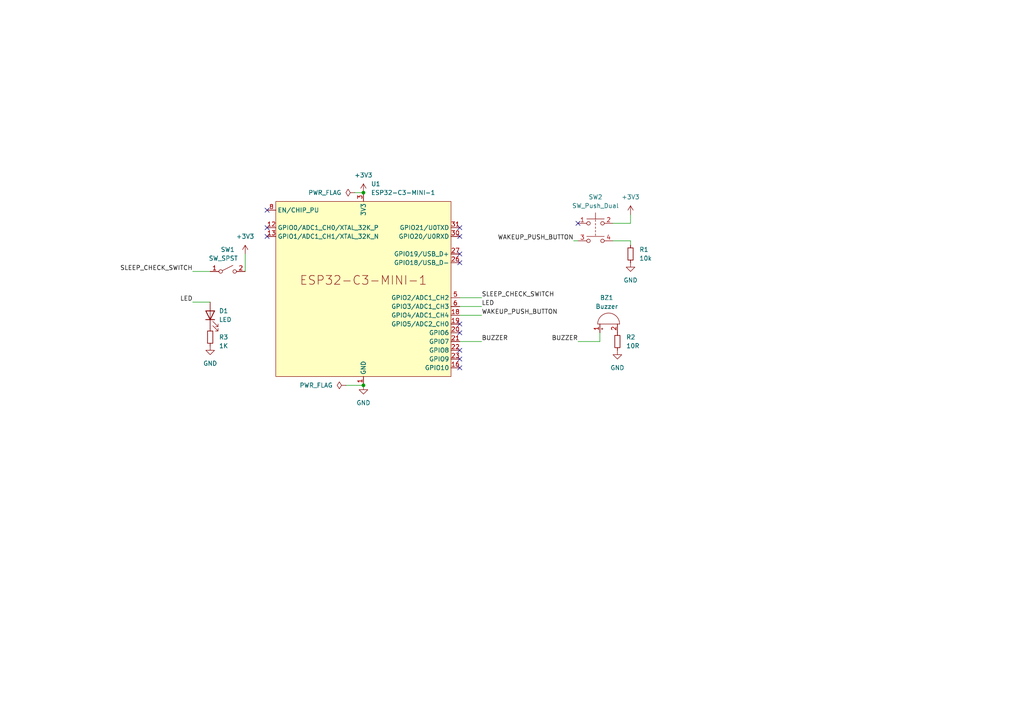
<source format=kicad_sch>
(kicad_sch (version 20230121) (generator eeschema)
  (paper "A4")
  (title_block (title "Capsicum") (date "2023-11-15") (comment 1 "Authored by: Sayanee Basu") (comment 2 "Project website: https://hutscape.com/capsicum") (comment 3 "License: CC-BY-SA 4.0 or TAPR") (comment 4 "Description: Retrofit a wired doorbell to add WiFi and make it connected"))
  (lib_symbols
    (symbol "Device:Buzzer" (pin_names (offset 0.0254) hide)
      (property "Reference" "BZ" (at 3.81 1.27 0))
      (property "Value" "Buzzer" (at 3.81 -1.27 0))
      (symbol "Buzzer_0_1"
        (arc (start 0 -3.175) (mid 3.1612 0) (end 0 3.175))
        (polyline (pts (xy -1.651 1.905) (xy -1.143 1.905)))
        (polyline (pts (xy -1.397 2.159) (xy -1.397 1.651)))
        (polyline (pts (xy 0 3.175) (xy 0 -3.175)))
      )
      (symbol "Buzzer_1_1"
        (pin passive line (at -2.54 2.54 0) (length 2.54) (name "-") (number "1"))
        (pin passive line (at -2.54 -2.54 0) (length 2.54) (name "+") (number "2"))
      )
    )
    (symbol "Device:LED" (pin_numbers hide) (pin_names (offset 1.016) hide)
      (property "Reference" "D" (at 0 2.54 0))
      (property "Value" "LED" (at 0 -2.54 0))
      (symbol "LED_0_1"
        (polyline (pts (xy -1.27 -1.27) (xy -1.27 1.27)) (stroke (width 0.254)))
        (polyline (pts (xy -1.27 0) (xy 1.27 0)))
        (polyline (pts (xy 1.27 -1.27) (xy 1.27 1.27) (xy -1.27 0) (xy 1.27 -1.27)) (stroke (width 0.254)))
        (polyline (pts (xy -3.048 -0.762) (xy -4.572 -2.286) (xy -3.81 -2.286) (xy -4.572 -2.286) (xy -4.572 -1.524)))
        (polyline (pts (xy -1.778 -0.762) (xy -3.302 -2.286) (xy -2.54 -2.286) (xy -3.302 -2.286) (xy -3.302 -1.524)))
      )
      (symbol "LED_1_1"
        (pin passive line (at -3.81 0 0) (length 2.54) (name "K") (number "1"))
        (pin passive line (at 3.81 0 180) (length 2.54) (name "A") (number "2"))
      )
    )
    (symbol "Device:R_Small" (pin_numbers hide) (pin_names (offset 0.254) hide)
      (property "Reference" "R" (at 0.762 0.508 0))
      (property "Value" "R_Small" (at 0.762 -1.016 0))
      (symbol "R_Small_0_1"
        (rectangle (start -0.762 1.778) (end 0.762 -1.778) (stroke (width 0.2032)))
      )
      (symbol "R_Small_1_1"
        (pin passive line (at 0 2.54 270) (length 0.762) (name "~") (number "1"))
        (pin passive line (at 0 -2.54 90) (length 0.762) (name "~") (number "2"))
      )
    )
    (symbol "Espressif:ESP32-C3-MINI-1"
      (property "Reference" "U" (at -25.4 30.48 0))
      (property "Value" "ESP32-C3-MINI-1" (at -25.4 27.94 0))
      (symbol "ESP32-C3-MINI-1_0_0"
        (text "ESP32-C3-MINI-1" (at 0 2.54 0) (effects (font (size 2.54 2.54))))
      )
      (symbol "ESP32-C3-MINI-1_0_1"
        (rectangle (start -25.4 25.4) (end 25.4 -25.4) (fill (type background)))
      )
      (symbol "ESP32-C3-MINI-1_1_1"
        (pin power_in line (at 0 -27.94 90) (length 2.54) (name "GND") (number "1"))
        (pin no_connect line (at -25.4 2.54 0) (length 2.54) hide (name "NC") (number "10"))
        (pin passive line (at 0 -27.94 90) (length 2.54) hide (name "GND") (number "11"))
        (pin bidirectional line (at -27.94 17.78 0) (length 2.54) (name "GPIO0/ADC1_CH0/XTAL_32K_P") (number "12"))
        (pin bidirectional line (at -27.94 15.24 0) (length 2.54) (name "GPIO1/ADC1_CH1/XTAL_32K_N") (number "13"))
        (pin passive line (at 0 -27.94 90) (length 2.54) hide (name "GND") (number "14"))
        (pin no_connect line (at -25.4 0 0) (length 2.54) hide (name "NC") (number "15"))
        (pin bidirectional line (at 27.94 -22.86 180) (length 2.54) (name "GPIO10") (number "16"))
        (pin no_connect line (at -25.4 -2.54 0) (length 2.54) hide (name "NC") (number "17"))
        (pin bidirectional line (at 27.94 -7.62 180) (length 2.54) (name "GPIO4/ADC1_CH4") (number "18"))
        (pin bidirectional line (at 27.94 -10.16 180) (length 2.54) (name "GPIO5/ADC2_CH0") (number "19"))
        (pin passive line (at 0 -27.94 90) (length 2.54) hide (name "GND") (number "2"))
        (pin bidirectional line (at 27.94 -12.7 180) (length 2.54) (name "GPIO6") (number "20"))
        (pin bidirectional line (at 27.94 -15.24 180) (length 2.54) (name "GPIO7") (number "21"))
        (pin bidirectional line (at 27.94 -17.78 180) (length 2.54) (name "GPIO8") (number "22"))
        (pin bidirectional line (at 27.94 -20.32 180) (length 2.54) (name "GPIO9") (number "23"))
        (pin no_connect line (at -25.4 -5.08 0) (length 2.54) hide (name "NC") (number "24"))
        (pin no_connect line (at -25.4 -7.62 0) (length 2.54) hide (name "NC") (number "25"))
        (pin bidirectional line (at 27.94 7.62 180) (length 2.54) (name "GPIO18/USB_D-") (number "26"))
        (pin bidirectional line (at 27.94 10.16 180) (length 2.54) (name "GPIO19/USB_D+") (number "27"))
        (pin no_connect line (at -25.4 -10.16 0) (length 2.54) hide (name "NC") (number "28"))
        (pin no_connect line (at -25.4 -12.7 0) (length 2.54) hide (name "NC") (number "29"))
        (pin power_in line (at 0 27.94 270) (length 2.54) (name "3V3") (number "3"))
        (pin bidirectional line (at 27.94 15.24 180) (length 2.54) (name "GPIO20/U0RXD") (number "30"))
        (pin bidirectional line (at 27.94 17.78 180) (length 2.54) (name "GPIO21/U0TXD") (number "31"))
        (pin no_connect line (at -25.4 -15.24 0) (length 2.54) hide (name "NC") (number "32"))
        (pin no_connect line (at -25.4 -17.78 0) (length 2.54) hide (name "NC") (number "33"))
        (pin no_connect line (at -25.4 -20.32 0) (length 2.54) hide (name "NC") (number "34"))
        (pin no_connect line (at -25.4 -22.86 0) (length 2.54) hide (name "NC") (number "35"))
        (pin passive line (at 0 -27.94 90) (length 2.54) hide (name "GND") (number "36"))
        (pin passive line (at 0 -27.94 90) (length 2.54) hide (name "GND") (number "37"))
        (pin passive line (at 0 -27.94 90) (length 2.54) hide (name "GND") (number "38"))
        (pin passive line (at 0 -27.94 90) (length 2.54) hide (name "GND") (number "39"))
        (pin no_connect line (at -25.4 10.16 0) (length 2.54) hide (name "NC") (number "4"))
        (pin passive line (at 0 -27.94 90) (length 2.54) hide (name "GND") (number "40"))
        (pin passive line (at 0 -27.94 90) (length 2.54) hide (name "GND") (number "41"))
        (pin passive line (at 0 -27.94 90) (length 2.54) hide (name "GND") (number "42"))
        (pin passive line (at 0 -27.94 90) (length 2.54) hide (name "GND") (number "43"))
        (pin passive line (at 0 -27.94 90) (length 2.54) hide (name "GND") (number "44"))
        (pin passive line (at 0 -27.94 90) (length 2.54) hide (name "GND") (number "45"))
        (pin passive line (at 0 -27.94 90) (length 2.54) hide (name "GND") (number "46"))
        (pin passive line (at 0 -27.94 90) (length 2.54) hide (name "GND") (number "47"))
        (pin passive line (at 0 -27.94 90) (length 2.54) hide (name "GND") (number "48"))
        (pin passive line (at 0 -27.94 90) (length 2.54) hide (name "GND") (number "49"))
        (pin bidirectional line (at 27.94 -2.54 180) (length 2.54) (name "GPIO2/ADC1_CH2") (number "5"))
        (pin passive line (at 0 -27.94 90) (length 2.54) hide (name "GND") (number "50"))
        (pin passive line (at 0 -27.94 90) (length 2.54) hide (name "GND") (number "51"))
        (pin passive line (at 0 -27.94 90) (length 2.54) hide (name "GND") (number "52"))
        (pin passive line (at 0 -27.94 90) (length 2.54) hide (name "GND") (number "53"))
        (pin bidirectional line (at 27.94 -5.08 180) (length 2.54) (name "GPIO3/ADC1_CH3") (number "6"))
        (pin no_connect line (at -25.4 7.62 0) (length 2.54) hide (name "NC") (number "7"))
        (pin input line (at -27.94 22.86 0) (length 2.54) (name "EN/CHIP_PU") (number "8"))
        (pin no_connect line (at -25.4 5.08 0) (length 2.54) hide (name "NC") (number "9"))
      )
    )
    (symbol "Switch:SW_Push_Dual" (pin_names (offset 1.016) hide)
      (property "Reference" "SW" (at 1.27 2.54 0))
      (property "Value" "SW_Push_Dual" (at 0 -6.858 0))
      (symbol "SW_Push_Dual_0_1"
        (circle (center -2.032 -5.08) (radius 0.508))
        (circle (center -2.032 0) (radius 0.508))
        (polyline (pts (xy 0 -3.048) (xy 0 -3.556)))
        (polyline (pts (xy 0 -2.032) (xy 0 -2.54)))
        (polyline (pts (xy 0 -1.524) (xy 0 -1.016)))
        (polyline (pts (xy 0 -0.508) (xy 0 0)))
        (polyline (pts (xy 0 0.508) (xy 0 1.016)))
        (polyline (pts (xy 0 1.27) (xy 0 3.048)))
        (polyline (pts (xy 2.54 -3.81) (xy -2.54 -3.81)))
        (polyline (pts (xy 2.54 1.27) (xy -2.54 1.27)))
        (circle (center 2.032 -5.08) (radius 0.508))
        (circle (center 2.032 0) (radius 0.508))
        (pin passive line (at -5.08 0 0) (length 2.54) (name "1") (number "1"))
        (pin passive line (at 5.08 0 180) (length 2.54) (name "2") (number "2"))
        (pin passive line (at -5.08 -5.08 0) (length 2.54) (name "3") (number "3"))
        (pin passive line (at 5.08 -5.08 180) (length 2.54) (name "4") (number "4"))
      )
    )
    (symbol "Switch:SW_SPST" (pin_names (offset 0) hide)
      (property "Reference" "SW" (at 0 3.175 0))
      (property "Value" "SW_SPST" (at 0 -2.54 0))
      (symbol "SW_SPST_0_0"
        (circle (center -2.032 0) (radius 0.508))
        (polyline (pts (xy -1.524 0.254) (xy 1.524 1.778)))
        (circle (center 2.032 0) (radius 0.508))
      )
      (symbol "SW_SPST_1_1"
        (pin passive line (at -5.08 0 0) (length 2.54) (name "A") (number "1"))
        (pin passive line (at 5.08 0 180) (length 2.54) (name "B") (number "2"))
      )
    )
    (symbol "power:+3V3" (power) (pin_names (offset 0))
      (property "Value" "+3V3" (at 0 3.556 0))
      (symbol "+3V3_0_1"
        (polyline (pts (xy -0.762 1.27) (xy 0 2.54)))
        (polyline (pts (xy 0 0) (xy 0 2.54)))
        (polyline (pts (xy 0 2.54) (xy 0.762 1.27)))
      )
      (symbol "+3V3_1_1"
        (pin power_in line (at 0 0 90) (length 0) hide (name "+3V3") (number "1"))
      )
    )
    (symbol "power:GND" (power) (pin_names (offset 0))
      (property "Value" "GND" (at 0 -3.81 0))
      (symbol "GND_0_1"
        (polyline (pts (xy 0 0) (xy 0 -1.27) (xy 1.27 -1.27) (xy 0 -2.54) (xy -1.27 -1.27) (xy 0 -1.27)))
      )
      (symbol "GND_1_1"
        (pin power_in line (at 0 0 270) (length 0) hide (name "GND") (number "1"))
      )
    )
    (symbol "power:PWR_FLAG" (power) (pin_numbers hide) (pin_names (offset 0) hide)
      (property "Value" "PWR_FLAG" (at 0 3.81 0))
      (symbol "PWR_FLAG_0_0"
        (pin power_out line (at 0 0 90) (length 0) (name "pwr") (number "1"))
      )
      (symbol "PWR_FLAG_0_1"
        (polyline (pts (xy 0 0) (xy 0 1.27) (xy -1.016 1.905) (xy 0 2.54) (xy 1.016 1.905) (xy 0 1.27)))
      )
    )
  )
  (junction (at 105.41 55.88))
  (junction (at 105.41 111.76))
  (no_connect (at 77.47 68.58))
  (no_connect (at 133.35 104.14))
  (no_connect (at 77.47 60.96))
  (no_connect (at 133.35 101.6))
  (no_connect (at 133.35 93.98))
  (no_connect (at 133.35 68.58))
  (no_connect (at 77.47 66.04))
  (no_connect (at 167.64 64.77))
  (no_connect (at 133.35 73.66))
  (no_connect (at 133.35 66.04))
  (no_connect (at 133.35 76.2))
  (no_connect (at 133.35 96.52))
  (no_connect (at 133.35 106.68))
  (wire (pts (xy 167.64 99.06) (xy 173.99 99.06)))
  (wire (pts (xy 71.12 73.66) (xy 71.12 78.74)))
  (wire (pts (xy 177.8 69.85) (xy 182.88 69.85)))
  (wire (pts (xy 100.33 111.76) (xy 105.41 111.76)))
  (wire (pts (xy 177.8 64.77) (xy 182.88 64.77)))
  (wire (pts (xy 167.64 69.85) (xy 166.37 69.85)))
  (wire (pts (xy 133.35 91.44) (xy 139.7 91.44)))
  (wire (pts (xy 173.99 99.06) (xy 173.99 96.52)))
  (wire (pts (xy 182.88 62.23) (xy 182.88 64.77)))
  (wire (pts (xy 133.35 86.36) (xy 139.7 86.36)))
  (wire (pts (xy 182.88 69.85) (xy 182.88 71.12)))
  (wire (pts (xy 133.35 99.06) (xy 139.7 99.06)))
  (wire (pts (xy 55.88 87.63) (xy 60.96 87.63)))
  (wire (pts (xy 55.88 78.74) (xy 60.96 78.74)))
  (wire (pts (xy 133.35 88.9) (xy 139.7 88.9)))
  (wire (pts (xy 102.87 55.88) (xy 105.41 55.88)))
  (label "BUZZER" (at 167.64 99.06 180))
  (label "LED" (at 55.88 87.63 180))
  (label "SLEEP_CHECK_SWITCH" (at 55.88 78.74 180))
  (label "LED" (at 139.7 88.9 0))
  (label "WAKEUP_PUSH_BUTTON" (at 139.7 91.44 0))
  (label "BUZZER" (at 139.7 99.06 0))
  (label "WAKEUP_PUSH_BUTTON" (at 166.37 69.85 180))
  (label "SLEEP_CHECK_SWITCH" (at 139.7 86.36 0))
  (symbol (lib_id "Device:R_Small") (at 60.96 97.79 0) (unit 1)
    (property "Reference" "R3" (at 63.5 97.79 0) (effects (justify left)))
    (property "Value" "1K" (at 63.5 100.33 0) (effects (justify left)))
  )
  (symbol (lib_id "Device:LED") (at 60.96 91.44 90) (unit 1)
    (property "Reference" "D1" (at 63.5 90.17 90) (effects (justify right)))
    (property "Value" "LED" (at 63.5 92.71 90) (effects (justify right)))
  )
  (symbol (lib_id "power:+3V3") (at 182.88 62.23 0) (unit 1)
    (property "Reference" "#PWR01" (effects hide))
    (property "Value" "+3V3" (at 182.88 57.15 0))
  )
  (symbol (lib_id "power:+3V3") (at 105.41 55.88 0) (unit 1)
    (property "Reference" "#PWR03" (effects hide))
    (property "Value" "+3V3" (at 105.41 50.8 0))
  )
  (symbol (lib_id "power:PWR_FLAG") (at 100.33 111.76 90) (unit 1)
    (property "Reference" "#FLG02" (effects hide))
    (property "Value" "PWR_FLAG" (at 96.52 111.76 90) (effects (justify left)))
  )
  (symbol (lib_id "Device:R_Small") (at 182.88 73.66 0) (unit 1)
    (property "Reference" "R1" (at 185.42 72.39 0) (effects (justify left)))
    (property "Value" "10k" (at 185.42 74.93 0) (effects (justify left)))
  )
  (symbol (lib_id "power:GND") (at 60.96 100.33 0) (unit 1)
    (property "Reference" "#PWR07" (effects hide))
    (property "Value" "GND" (at 60.96 105.41 0))
  )
  (symbol (lib_id "Device:R_Small") (at 179.07 99.06 0) (unit 1)
    (property "Reference" "R2" (at 181.61 97.79 0) (effects (justify left)))
    (property "Value" "10R" (at 181.61 100.33 0) (effects (justify left)))
  )
  (symbol (lib_id "power:GND") (at 182.88 76.2 0) (unit 1)
    (property "Reference" "#PWR02" (effects hide))
    (property "Value" "GND" (at 182.88 81.28 0))
  )
  (symbol (lib_id "power:GND") (at 105.41 111.76 0) (unit 1)
    (property "Reference" "#PWR04" (effects hide))
    (property "Value" "GND" (at 105.41 116.84 0))
  )
  (symbol (lib_id "Switch:SW_SPST") (at 66.04 78.74 0) (unit 1)
    (property "Reference" "SW1" (at 66.04 72.39 0))
    (property "Value" "SW_SPST" (at 64.77 74.93 0))
  )
  (symbol (lib_id "power:+3V3") (at 71.12 73.66 0) (unit 1)
    (property "Reference" "#PWR06" (effects hide))
    (property "Value" "+3V3" (at 71.12 68.58 0))
  )
  (symbol (lib_id "Espressif:ESP32-C3-MINI-1") (at 105.41 83.82 0) (unit 1)
    (property "Reference" "U1" (at 107.6041 53.34 0) (effects (justify left)))
    (property "Value" "ESP32-C3-MINI-1" (at 107.6041 55.88 0) (effects (justify left)))
    (property "Footprint" "PCM_Espressif:ESP32-C3-MINI-1" (effects hide))
    (property "Datasheet" "https://www.espressif.com/sites/default/files/documentation/esp32-c3-mini-1_datasheet_en.pdf" (effects hide))
  )
  (symbol (lib_id "power:PWR_FLAG") (at 102.87 55.88 90) (unit 1)
    (property "Reference" "#FLG01" (effects hide))
    (property "Value" "PWR_FLAG" (at 99.06 55.88 90) (effects (justify left)))
  )
  (symbol (lib_id "Device:Buzzer") (at 176.53 93.98 90) (unit 1)
    (property "Reference" "BZ1" (at 173.99 86.36 90) (effects (justify right)))
    (property "Value" "Buzzer" (at 172.72 88.9 90) (effects (justify right)))
  )
  (symbol (lib_id "power:GND") (at 179.07 101.6 0) (unit 1)
    (property "Reference" "#PWR05" (effects hide))
    (property "Value" "GND" (at 179.07 106.68 0))
  )
  (symbol (lib_id "Switch:SW_Push_Dual") (at 172.72 64.77 0) (unit 1)
    (property "Reference" "SW2" (at 172.72 57.15 0))
    (property "Value" "SW_Push_Dual" (at 172.72 59.69 0))
  )
)
</source>
